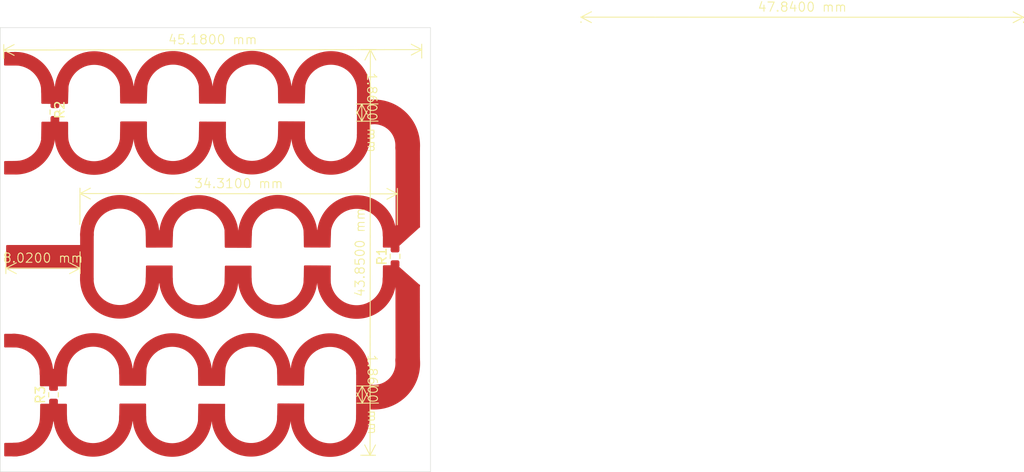
<source format=kicad_pcb>
(kicad_pcb (version 20240108) (generator "pcbnew") (generator_version "8.0")
  (layers (0 "F.Cu" signal) (31 "B.Cu" signal) (34 "B.Paste" user) (35 "F.Paste" user) (36 "B.SilkS" user "B.Silkscreen") (37 "F.SilkS" user "F.Silkscreen") (38 "B.Mask" user) (39 "F.Mask" user) (44 "Edge.Cuts" user))
  (net 0 "")
  (net 1 "Net-(J1-In)")
  (footprint "Resistor_SMD:R_0603_1608Metric" (layer "F.Cu") (at 91.58 66.48 90)
    (property "Reference" "R3" (at 0 -1.43 90) (layer "F.SilkS"))
    (property "Value" "R")
    (fp_line (start -0.237258 -0.5225) (end 0.237258 -0.5225) (stroke (width 0.12)) (layer "F.SilkS"))
    (fp_line (start -0.237258 0.5225) (end 0.237258 0.5225) (stroke (width 0.12)) (layer "F.SilkS"))
    (pad "1" smd roundrect (at -0.825 0 90) (size 0.8 0.95) (layers "F.Cu" "F.Paste" "F.Mask") (net 1 "Net-(J1-In)"))
    (pad "2" smd roundrect (at 0.825 0 90) (size 0.8 0.95) (layers "F.Cu" "F.Paste" "F.Mask") (net 1 "Net-(J1-In)"))
  )
  (footprint "Resistor_SMD:R_0603_1608Metric" (layer "F.Cu") (at 91.73 35.92 90)
    (property "Reference" "R2" (at 0.237258 0.5225 90) (layer "F.SilkS"))
    (property "Value" "R")
    (fp_line (start -0.237258 -0.5225) (end 0.237258 -0.5225) (stroke (width 0.12)) (layer "F.SilkS"))
    (fp_line (start -0.237258 0.5225) (end 0.237258 0.5225) (stroke (width 0.12)) (layer "F.SilkS"))
    (pad "1" smd roundrect (at -0.825 0 90) (size 0.8 0.95) (layers "F.Cu" "F.Paste" "F.Mask") (net 1 "Net-(J1-In)"))
    (pad "2" smd roundrect (at 0.825 0 90) (size 0.8 0.95) (layers "F.Cu" "F.Paste" "F.Mask") (net 1 "Net-(J1-In)"))
  )
  (footprint "Resistor_SMD:R_0603_1608Metric" (layer "F.Cu") (at 128.5 51.515 90)
    (property "Reference" "R1" (at 0 -1.43 90) (layer "F.SilkS"))
    (property "Value" "R")
    (fp_line (start -0.237258 -0.5225) (end 0.237258 -0.5225) (stroke (width 0.12)) (layer "F.SilkS"))
    (fp_line (start -0.237258 0.5225) (end 0.237258 0.5225) (stroke (width 0.12)) (layer "F.SilkS"))
    (pad "1" smd roundrect (at -0.825 0 90) (size 0.8 0.95) (layers "F.Cu" "F.Paste" "F.Mask") (net 1 "Net-(J1-In)"))
    (pad "2" smd roundrect (at 0.825 0 90) (size 0.8 0.95) (layers "F.Cu" "F.Paste" "F.Mask") (net 1 "Net-(J1-In)"))
  )
  (gr_poly (pts (xy 101.49 69.23) (xy 101.49 67.53) (xy 98.8 67.53) (xy 98.77 69.25)) (stroke (width 0.2)) (fill solid) (layer "F.Cu") (net 1))
  (gr_arc (start 120.803322 49.194792) (mid 124.353322 45.644792) (end 127.903322 49.194792) (stroke (width 1.47)) (layer "F.Cu") (net 1))
  (gr_arc (start 100.87 64.11) (mid 104.42 60.56) (end 107.97 64.11) (stroke (width 1.47)) (layer "F.Cu") (net 1))
  (gr_poly (pts (xy 115.936678 33.205208) (xy 115.956678 34.885208) (xy 118.646678 34.895208) (xy 118.696678 33.215208)) (stroke (width 0.2)) (fill solid) (layer "F.Cu") (net 1))
  (gr_arc (start 119.363322 53.954792) (mid 115.813322 57.504792) (end 112.263322 53.954792) (stroke (width 1.47)) (layer "F.Cu") (net 1))
  (gr_poly (pts (xy 118.656678 38.715208) (xy 118.67 37.03) (xy 115.966678 37.015208) (xy 115.936678 38.735208)) (stroke (width 0.2)) (fill solid) (layer "F.Cu") (net 1))
  (gr_arc (start 103.743322 49.184792) (mid 107.293322 45.634792) (end 110.843322 49.184792) (stroke (width 1.47)) (layer "F.Cu") (net 1))
  (gr_poly (pts (xy 93.06 38.76) (xy 93.06 37.06) (xy 90.37 37.06) (xy 90.34 38.78)) (stroke (width 0.2)) (fill solid) (layer "F.Cu") (net 1))
  (gr_poly (pts (xy 128.642198 54.632495) (xy 128.652198 63.202495) (xy 131.092198 63.232495) (xy 131.082198 54.662495)) (stroke (width 0.2)) (fill solid) (layer "F.Cu") (net 1))
  (gr_arc (start 107.96 68.9) (mid 104.41 72.45) (end 100.86 68.9) (stroke (width 1.47)) (layer "F.Cu") (net 1))
  (gr_poly (pts (xy 128.66 48.34) (xy 128.65 39.85) (xy 131.09 39.82) (xy 131.1 48.31)) (stroke (width 0.2)) (fill solid) (layer "F.Cu") (net 1))
  (gr_arc (start 92.32 64.1) (mid 95.87 60.55) (end 99.42 64.1) (stroke (width 1.47)) (layer "F.Cu") (net 1))
  (gr_line (start 95.193322 49.174792) (end 95.183322 53.964792) (stroke (width 1.47)) (layer "F.Cu") (net 1))
  (gr_arc (start 116.58 38.38) (mid 113.03 41.93) (end 109.48 38.38) (stroke (width 1.47)) (layer "F.Cu") (net 1))
  (gr_arc (start 125.02 68.91) (mid 121.47 72.46) (end 117.92 68.91) (stroke (width 1.47)) (layer "F.Cu") (net 1))
  (gr_arc (start 91.019771 38.389771) (mid 89.98 40.9) (end 87.469771 41.939771) (stroke (width 1.47)) (layer "F.Cu") (net 1))
  (gr_arc (start 129.86 62.75) (mid 128.748221 65.727091) (end 125.726337 66.710626) (stroke (width 2.67)) (layer "F.Cu") (net 1))
  (gr_poly (pts (xy 87.61 73.04) (xy 87.86 71.77) (xy 86.35 71.78) (xy 86.35 73.04)) (stroke (width 0.2)) (fill solid) (layer "F.Cu") (net 1))
  (gr_arc (start 99.52 38.42) (mid 95.97 41.97) (end 92.42 38.42) (stroke (width 1.47)) (layer "F.Cu") (net 1))
  (gr_poly (pts (xy 127.267263 54.662495) (xy 127.287263 52.582495) (xy 128.707263 52.572495) (xy 131.077263 54.662495)) (stroke (width 0.2)) (fill solid) (layer "F.Cu") (net 1))
  (gr_poly (pts (xy 87.593205 30.793952) (xy 87.43 29.52) (xy 86.33 29.52) (xy 86.333205 30.793952)) (stroke (width 0.2)) (fill solid) (layer "F.Cu") (net 1))
  (gr_arc (start 87.27 60.620458) (mid 89.780229 61.660229) (end 90.82 64.170458) (stroke (width 1.47)) (layer "F.Cu") (net 1))
  (gr_arc (start 109.4 64.09) (mid 112.95 60.54) (end 116.5 64.09) (stroke (width 1.47)) (layer "F.Cu") (net 1))
  (gr_poly (pts (xy 118.72 48.78) (xy 118.74 50.46) (xy 121.43 50.47) (xy 121.48 48.79)) (stroke (width 0.2)) (fill solid) (layer "F.Cu") (net 1))
  (gr_poly (pts (xy 98.77 63.72) (xy 98.79 65.4) (xy 101.48 65.41) (xy 101.53 63.73)) (stroke (width 0.2)) (fill solid) (layer "F.Cu") (net 1))
  (gr_arc (start 90.85 68.86) (mid 89.810229 71.370229) (end 87.3 72.41) (stroke (width 1.47)) (layer "F.Cu") (net 1))
  (gr_poly (pts (xy 110.17 48.81) (xy 110.19 50.49) (xy 112.88 50.5) (xy 112.93 48.82)) (stroke (width 0.2)) (fill solid) (layer "F.Cu") (net 1))
  (gr_poly (pts (xy 127.29 48.31) (xy 127.28 50.47) (xy 128.7 50.48) (xy 131.1 48.31)) (stroke (width 0.2)) (fill solid) (layer "F.Cu") (net 1))
  (gr_arc (start 99.41 68.89) (mid 95.86 72.44) (end 92.31 68.89) (stroke (width 1.47)) (layer "F.Cu") (net 1))
  (gr_poly (pts (xy 98.86 33.22) (xy 98.88 34.9) (xy 101.57 34.91) (xy 101.62 33.23)) (stroke (width 0.2)) (fill solid) (layer "F.Cu") (net 1))
  (gr_arc (start 125.750043 35.933808) (mid 128.714673 36.877337) (end 129.86 39.77) (stroke (width 2.67)) (layer "F.Cu") (net 1))
  (gr_poly (pts (xy 101.643322 48.794792) (xy 101.663322 50.474792) (xy 104.353322 50.47) (xy 104.403322 48.804792)) (stroke (width 0.2)) (fill solid) (layer "F.Cu") (net 1))
  (gr_poly (pts (xy 90.34 33.25) (xy 90.36 34.93) (xy 93.05 34.94) (xy 93.1 33.26)) (stroke (width 0.2)) (fill solid) (layer "F.Cu") (net 1))
  (gr_arc (start 125.11 38.41) (mid 121.56 41.96) (end 118.01 38.41) (stroke (width 1.47)) (layer "F.Cu") (net 1))
  (gr_arc (start 109.49 33.59) (mid 113.04 30.04) (end 116.59 33.59) (stroke (width 1.47)) (layer "F.Cu") (net 1))
  (gr_poly (pts (xy 112.89 54.32) (xy 112.89 52.62) (xy 110.2 52.62) (xy 110.17 54.34)) (stroke (width 0.2)) (fill solid) (layer "F.Cu") (net 1))
  (gr_arc (start 87.439771 30.150229) (mid 89.95 31.19) (end 90.989771 33.700229) (stroke (width 1.47)) (layer "F.Cu") (net 1))
  (gr_poly (pts (xy 107.296678 63.735208) (xy 107.316678 65.415208) (xy 110.006678 65.425208) (xy 110.056678 63.745208)) (stroke (width 0.2)) (fill solid) (layer "F.Cu") (net 1))
  (gr_arc (start 100.96 33.61) (mid 104.51 30.06) (end 108.06 33.61) (stroke (width 1.47)) (layer "F.Cu") (net 1))
  (gr_poly (pts (xy 110.106678 38.745208) (xy 110.12 37.06) (xy 107.416678 37.045208) (xy 107.386678 38.765208)) (stroke (width 0.2)) (fill solid) (layer "F.Cu") (net 1))
  (gr_poly (pts (xy 107.386678 33.235208) (xy 107.406678 34.915208) (xy 110.096678 34.925208) (xy 110.146678 33.245208)) (stroke (width 0.2)) (fill solid) (layer "F.Cu") (net 1))
  (gr_poly (pts (xy 118.566678 69.215208) (xy 118.58 67.53) (xy 115.876678 67.515208) (xy 115.846678 69.235208)) (stroke (width 0.2)) (fill solid) (layer "F.Cu") (net 1))
  (gr_line (start 125.12 33.62) (end 125.11 38.41) (stroke (width 1.47)) (layer "F.Cu") (net 1))
  (gr_arc (start 110.833322 53.974792) (mid 107.283322 57.524792) (end 103.733322 53.974792) (stroke (width 1.47)) (layer "F.Cu") (net 1))
  (gr_poly (pts (xy 92.93 69.25) (xy 92.93 67.55) (xy 90.24 67.55) (xy 90.21 69.27)) (stroke (width 0.2)) (fill solid) (layer "F.Cu") (net 1))
  (gr_arc (start 112.273322 49.164792) (mid 115.823322 45.614792) (end 119.373322 49.164792) (stroke (width 1.47)) (layer "F.Cu") (net 1))
  (gr_poly (pts (xy 101.58 38.73) (xy 101.58 37.03) (xy 98.89 37.03) (xy 98.86 38.75)) (stroke (width 0.2)) (fill solid) (layer "F.Cu") (net 1))
  (gr_poly (pts (xy 110.016678 69.245208) (xy 110.03 67.56) (xy 107.326678 67.545208) (xy 107.296678 69.265208)) (stroke (width 0.2)) (fill solid) (layer "F.Cu") (net 1))
  (gr_poly (pts (xy 86.56 50.39) (xy 94.483322 50.39) (xy 94.503322 52.76) (xy 86.543322 52.76)) (stroke (width 0.2)) (fill solid) (layer "F.Cu") (net 1))
  (gr_poly (pts (xy 104.363322 54.304792) (xy 104.363322 52.604792) (xy 101.673322 52.604792) (xy 101.643322 54.324792)) (stroke (width 0.2)) (fill solid) (layer "F.Cu") (net 1))
  (gr_arc (start 116.49 68.88) (mid 112.94 72.43) (end 109.39 68.88) (stroke (width 1.47)) (layer "F.Cu") (net 1))
  (gr_poly (pts (xy 87.603205 61.263952) (xy 87.44 59.99) (xy 86.34 59.99) (xy 86.343205 61.263952)) (stroke (width 0.2)) (fill solid) (layer "F.Cu") (net 1))
  (gr_line (start 125.03 64.12) (end 125.02 68.91) (stroke (width 1.47)) (layer "F.Cu") (net 1))
  (gr_poly (pts (xy 115.846678 63.705208) (xy 115.866678 65.385208) (xy 118.556678 65.395208) (xy 118.606678 63.715208)) (stroke (width 0.2)) (fill solid) (layer "F.Cu") (net 1))
  (gr_arc (start 127.893322 53.984792) (mid 124.343322 57.534792) (end 120.793322 53.984792) (stroke (width 1.47)) (layer "F.Cu") (net 1))
  (gr_arc (start 102.283322 53.964792) (mid 98.733322 57.514792) (end 95.183322 53.964792) (stroke (width 1.47)) (layer "F.Cu") (net 1))
  (gr_arc (start 92.43 33.63) (mid 95.98 30.08) (end 99.53 33.63) (stroke (width 1.47)) (layer "F.Cu") (net 1))
  (gr_arc (start 95.193322 49.174792) (mid 98.743322 45.624792) (end 102.293322 49.174792) (stroke (width 1.47)) (layer "F.Cu") (net 1))
  (gr_poly (pts (xy 90.19 63.78) (xy 90.21 65.46) (xy 92.9 65.47) (xy 92.95 63.79)) (stroke (width 0.2)) (fill solid) (layer "F.Cu") (net 1))
  (gr_arc (start 117.93 64.12) (mid 121.48 60.57) (end 125.03 64.12) (stroke (width 1.47)) (layer "F.Cu") (net 1))
  (gr_poly (pts (xy 121.44 54.29) (xy 121.453322 52.604792) (xy 118.75 52.59) (xy 118.72 54.31)) (stroke (width 0.2)) (fill solid) (layer "F.Cu") (net 1))
  (gr_arc (start 108.05 38.4) (mid 104.5 41.95) (end 100.95 38.4) (stroke (width 1.47)) (layer "F.Cu") (net 1))
  (gr_poly (pts (xy 87.6 42.57) (xy 87.85 41.3) (xy 86.34 41.31) (xy 86.34 42.57)) (stroke (width 0.2)) (fill solid) (layer "F.Cu") (net 1))
  (gr_arc (start 118.02 33.62) (mid 121.57 30.07) (end 125.12 33.62) (stroke (width 1.47)) (layer "F.Cu") (net 1))
  (gr_rect (start 85.82 26.79) (end 132.33 74.81) (stroke (width 0.05)) (fill none) (layer "Edge.Cuts"))
  (dimension (type aligned) (layer "F.SilkS") (pts (xy 148.6 25.65) (xy 196.44 25.66)) (height 0.011467) (gr_text "47.8400 mm" (at 172.520228 24.566467 359.9880235) (layer "F.SilkS") (effects (font (size 1 1) (thickness 0.1)))) (format (prefix "") (suffix "") (units 3) (units_format 1) (precision 4)) (style (thickness 0.1) (arrow_length 1.27) (text_position_mode 0) (extension_height 0.58642) (extension_offset 0.5) keep_text_aligned))
  (dimension (type aligned) (layer "F.SilkS") (pts (xy 127.201095 65.517897) (xy 127.211095 67.377897)) (height 2.251128) (gr_text "1.8600 mm" (at 126.054984 66.454086 270.3080389) (layer "F.SilkS") (effects (font (size 1 1) (thickness 0.1)))) (format (prefix "") (suffix "") (units 3) (units_format 1) (precision 4)) (style (thickness 0.1) (arrow_length 1.27) (text_position_mode 0) (extension_height 0.58642) (extension_offset 0.5) keep_text_aligned))
  (dimension (type aligned) (layer "F.SilkS") (pts (xy 86.201255 30.627871) (xy 131.381255 30.587871)) (height -1.417872) (gr_text "45.1800 mm" (at 108.789026 28.09 0.05072666184) (layer "F.SilkS") (effects (font (size 1 1) (thickness 0.1)))) (format (prefix "") (suffix "") (units 3) (units_format 1) (precision 4)) (style (thickness 0.1) (arrow_length 1.27) (text_position_mode 0) (extension_height 0.58642) (extension_offset 0.5) keep_text_aligned))
  (dimension (type aligned) (layer "F.SilkS") (pts (xy 94.436638 48.574802) (xy 128.746638 48.604802)) (height -3.844803) (gr_text "34.3100 mm" (at 111.595962 43.645 359.9499017) (layer "F.SilkS") (effects (font (size 1 1) (thickness 0.1)))) (format (prefix "") (suffix "") (units 3) (units_format 1) (precision 4)) (style (thickness 0.1) (arrow_length 1.27) (text_position_mode 0) (extension_height 0.58642) (extension_offset 0.5) keep_text_aligned))
  (dimension (type aligned) (layer "F.SilkS") (pts (xy 124.33 29.168974) (xy 124.3 73.018974)) (height -1.5) (gr_text "43.8500 mm" (at 124.715 51.094247 89.96080107) (layer "F.SilkS") (effects (font (size 1 1) (thickness 0.1)))) (format (prefix "") (suffix "") (units 3) (units_format 1) (precision 4)) (style (thickness 0.1) (arrow_length 1.27) (text_position_mode 0) (extension_height 0.58642) (extension_offset 0.5) keep_text_aligned))
  (dimension (type aligned) (layer "F.SilkS") (pts (xy 94.45 50.52) (xy 86.43 50.52)) (height -2.28) (gr_text "8.0200 mm" (at 90.44 51.7 0) (layer "F.SilkS") (effects (font (size 1 1) (thickness 0.1)))) (format (prefix "") (suffix "") (units 3) (units_format 1) (precision 4)) (style (thickness 0.1) (arrow_length 1.27) (text_position_mode 0) (extension_height 0.58642) (extension_offset 0.5) keep_text_aligned))
  (dimension (type aligned) (layer "F.SilkS") (pts (xy 127.151095 35.037897) (xy 127.161095 36.897897)) (height 2.251128) (gr_text "1.8600 mm" (at 126.004984 35.974086 270.3080389) (layer "F.SilkS") (effects (font (size 1 1) (thickness 0.1)))) (format (prefix "") (suffix "") (units 3) (units_format 1) (precision 4)) (style (thickness 0.1) (arrow_length 1.27) (text_position_mode 0) (extension_height 0.58642) (extension_offset 0.5) keep_text_aligned))
  (segment (start 128.5 52.945232) (end 129.172263 53.617495) (width 0.2) (layer "F.Cu") (net 1))
  (segment (start 91.7 37.92) (end 91.73 37.89) (width 0.2) (layer "F.Cu") (net 1))
  (segment (start 91.73 35.095) (end 91.73 34.105) (width 0.2) (layer "F.Cu") (net 1))
  (segment (start 128.5 50.085) (end 129.19 49.395) (width 0.2) (layer "F.Cu") (net 1))
  (segment (start 128.5 50.69) (end 128.5 50.085) (width 0.2) (layer "F.Cu") (net 1))
  (segment (start 91.73 37.89) (end 91.73 36.745) (width 0.2) (layer "F.Cu") (net 1))
  (segment (start 128.5 52.34) (end 128.5 52.945232) (width 0.2) (layer "F.Cu") (net 1))
  (segment (start 91.73 34.105) (end 91.72 34.095) (width 0.2) (layer "F.Cu") (net 1))
)
</source>
